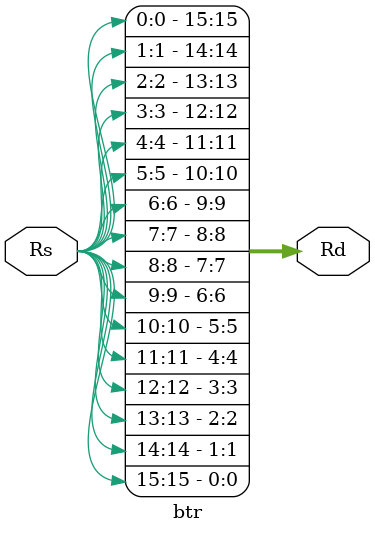
<source format=v>

 

/*
   CS/ECE 552 Spring '22
  
   Filename        : btr.v
   Description     : This is the module to perform BTR Rd, Rs
*/

`default_nettype none
module btr(Rs, Rd);
	input wire [15:0] Rs;
	output wire [15:0] Rd;

	assign Rd[0] = Rs[15];
	assign Rd[1] = Rs[14];
	assign Rd[2] = Rs[13];
	assign Rd[3] = Rs[12];
	assign Rd[4] = Rs[11];
	assign Rd[5] = Rs[10];
	assign Rd[6] = Rs[9];
	assign Rd[7] = Rs[8];
	assign Rd[8] = Rs[7];
	assign Rd[9] = Rs[6];
	assign Rd[10] = Rs[5];
	assign Rd[11] = Rs[4];
	assign Rd[12] = Rs[3];
	assign Rd[13] = Rs[2];
	assign Rd[14] = Rs[1];
	assign Rd[15] = Rs[0];

endmodule
`default_nettype wire
</source>
